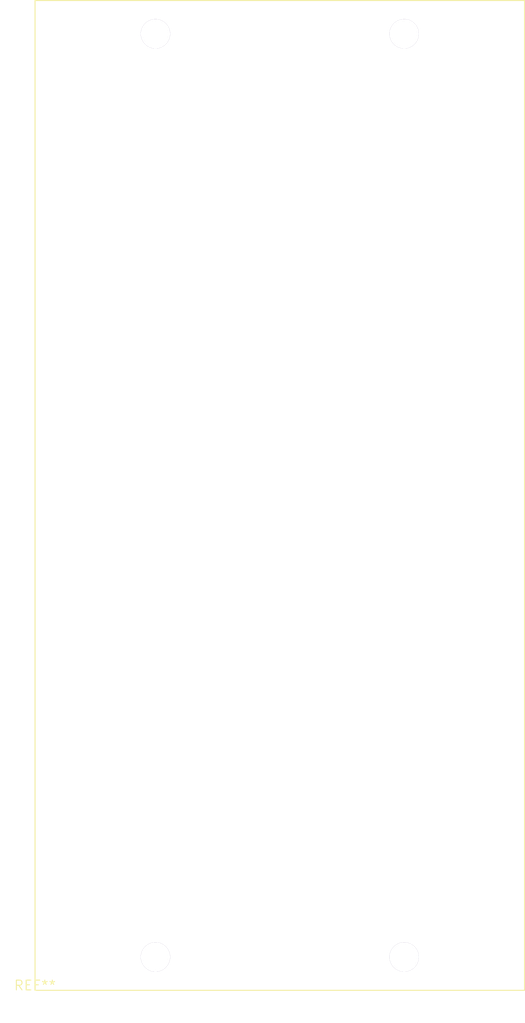
<source format=kicad_pcb>
(kicad_pcb (version 20241229) (generator "pcbnew") (generator_version "9.0")
  (layers (0 "F.Cu" signal) (2 "B.Cu" signal) (13 "F.Paste" user) (15 "B.Paste" user) (5 "F.SilkS" user "F.Silkscreen") (7 "B.SilkS" user "B.Silkscreen") (1 "F.Mask" user) (3 "B.Mask" user) (25 "Edge.Cuts" user))
  (net 0 "")
  (footprint "clectric-diy:2U-AE_Blank" (layer "F.Cu") (at 76.5 144)
    (property "Reference" "REF**" (at 0 -0.5 0) (layer "F.SilkS") (effects (font (thickness 0.1))))
    (property "Value" "2U_Blank")
    (fp_rect (start 0 -101) (end 50 0) (stroke (width 0.1)) (fill no) (layer "F.SilkS"))
    (pad "" thru_hole circle (at 12.3 -97.6) (size 3 3) (drill 3) (layers "*.Cu" "F.Mask" "F.Paste"))
    (pad "" thru_hole circle (at 12.3 -3.4) (size 3 3) (drill 3) (layers "*.Cu" "F.Mask" "F.Paste"))
    (pad "" thru_hole circle (at 37.7 -97.6) (size 3 3) (drill 3) (layers "*.Cu" "F.Mask" "F.Paste"))
    (pad "" thru_hole circle (at 37.7 -3.4) (size 3 3) (drill 3) (layers "*.Cu" "F.Mask" "F.Paste"))
  )
)
</source>
